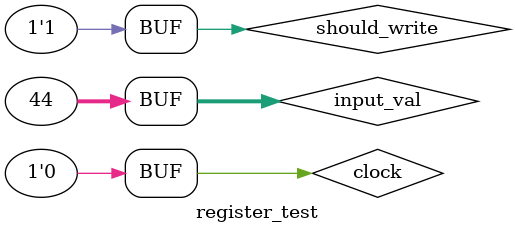
<source format=v>

`include "../register.v"


module register_test();

	reg clock;

	reg [31:0] input_val;
	wire [31:0] output_val;
	reg should_write;

	initial begin
		$dumpfile("register_test.dump");
		$dumpvars(0, clock, input_val, output_val, should_write);
		
		clock = 0;
		input_val = 100;
		should_write = 0;
		#1 clock = 1;
		#1 clock = 0;
		input_val = 5;
		#1 clock = 1;
		#1 clock = 0;
		#1 clock = 1;
		#1 clock = 0;
		should_write = 1;
		#1 clock = 1;
		#1 clock = 0;
		#1 clock = 1;
		#1 clock = 0;
		input_val = 44;
		#1 clock = 1;
		#1 clock = 0;
		#1 clock = 1;
		#1 clock = 0;	
	end
	
	register test(clock, should_write, input_val, output_val);
		
	
endmodule














</source>
